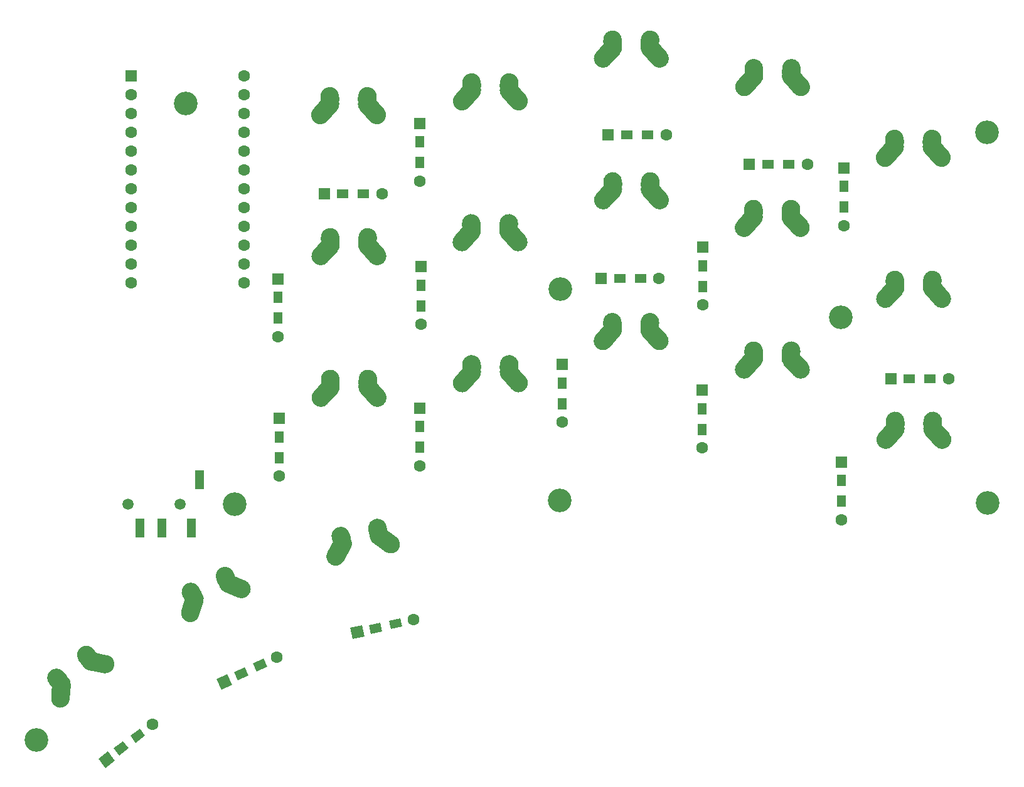
<source format=gbr>
%TF.GenerationSoftware,KiCad,Pcbnew,(5.1.7)-1*%
%TF.CreationDate,2021-04-14T19:57:44+05:30*%
%TF.ProjectId,Pteron56v0,50746572-6f6e-4353-9676-302e6b696361,rev?*%
%TF.SameCoordinates,Original*%
%TF.FileFunction,Soldermask,Bot*%
%TF.FilePolarity,Negative*%
%FSLAX46Y46*%
G04 Gerber Fmt 4.6, Leading zero omitted, Abs format (unit mm)*
G04 Created by KiCad (PCBNEW (5.1.7)-1) date 2021-04-14 19:57:44*
%MOMM*%
%LPD*%
G01*
G04 APERTURE LIST*
%ADD10C,3.200000*%
%ADD11C,1.600000*%
%ADD12R,1.600000X1.600000*%
%ADD13R,1.600000X1.200000*%
%ADD14R,1.200000X1.600000*%
%ADD15C,0.100000*%
%ADD16C,2.000000*%
%ADD17C,1.500000*%
%ADD18R,1.200000X2.500000*%
G04 APERTURE END LIST*
D10*
%TO.C,H8*%
X207518000Y-52832000D03*
%TD*%
D11*
%TO.C,U1*%
X107264200Y-45224700D03*
X107264200Y-47764700D03*
X107264200Y-50304700D03*
X107264200Y-52844700D03*
X107264200Y-55384700D03*
X107264200Y-57924700D03*
X107264200Y-60464700D03*
X107264200Y-63004700D03*
X107264200Y-65544700D03*
X107264200Y-68084700D03*
X107264200Y-70624700D03*
X107264200Y-73164700D03*
X92024200Y-73164700D03*
X92024200Y-70624700D03*
X92024200Y-68084700D03*
X92024200Y-65544700D03*
X92024200Y-63004700D03*
X92024200Y-60464700D03*
X92024200Y-57924700D03*
X92024200Y-55384700D03*
X92024200Y-52844700D03*
X92024200Y-50304700D03*
X92024200Y-47764700D03*
D12*
X92024200Y-45224700D03*
%TD*%
%TO.C,D8*%
X194550200Y-86080600D03*
D11*
X202350200Y-86080600D03*
D13*
X197050200Y-86080600D03*
X199850200Y-86080600D03*
%TD*%
D12*
%TO.C,D28*%
X111995245Y-91446640D03*
D11*
X111995245Y-99246640D03*
D14*
X111995245Y-93946640D03*
X111995245Y-96746640D03*
%TD*%
D12*
%TO.C,D27*%
X111903079Y-72592861D03*
D11*
X111903079Y-80392861D03*
D14*
X111903079Y-75092861D03*
X111903079Y-77892861D03*
%TD*%
D12*
%TO.C,D26*%
X118121600Y-61137800D03*
D11*
X125921600Y-61137800D03*
D13*
X120621600Y-61137800D03*
X123421600Y-61137800D03*
%TD*%
D12*
%TO.C,D24*%
X131007609Y-90038162D03*
D11*
X131007609Y-97838162D03*
D14*
X131007609Y-92538162D03*
X131007609Y-95338162D03*
%TD*%
D12*
%TO.C,D23*%
X131169349Y-70961240D03*
D11*
X131169349Y-78761240D03*
D14*
X131169349Y-73461240D03*
X131169349Y-76261240D03*
%TD*%
D12*
%TO.C,D22*%
X131017392Y-51606155D03*
D11*
X131017392Y-59406155D03*
D14*
X131017392Y-54106155D03*
X131017392Y-56906155D03*
%TD*%
D15*
%TO.C,D20*%
G36*
X88882216Y-136380478D02*
G01*
X89856234Y-137649844D01*
X88586868Y-138623862D01*
X87612850Y-137354496D01*
X88882216Y-136380478D01*
G37*
D11*
X94922698Y-132753830D03*
D15*
G36*
X93208741Y-133312713D02*
G01*
X93939255Y-134264737D01*
X92669889Y-135238755D01*
X91939375Y-134286731D01*
X93208741Y-133312713D01*
G37*
G36*
X90987351Y-135017245D02*
G01*
X91717865Y-135969269D01*
X90448499Y-136943287D01*
X89717985Y-135991263D01*
X90987351Y-135017245D01*
G37*
%TD*%
D12*
%TO.C,D19*%
X150192403Y-84165988D03*
D11*
X150192403Y-91965988D03*
D14*
X150192403Y-86665988D03*
X150192403Y-89465988D03*
%TD*%
D12*
%TO.C,D18*%
X155497700Y-72580500D03*
D11*
X163297700Y-72580500D03*
D13*
X157997700Y-72580500D03*
X160797700Y-72580500D03*
%TD*%
D12*
%TO.C,D17*%
X156437500Y-53181250D03*
D11*
X164237500Y-53181250D03*
D13*
X158937500Y-53181250D03*
X161737500Y-53181250D03*
%TD*%
D15*
%TO.C,D15*%
G36*
X105038572Y-125934070D02*
G01*
X105714761Y-127384163D01*
X104264668Y-128060352D01*
X103588479Y-126610259D01*
X105038572Y-125934070D01*
G37*
D11*
X111720820Y-123700789D03*
D15*
G36*
X109926526Y-123875455D02*
G01*
X110433668Y-124963024D01*
X108983576Y-125639213D01*
X108476434Y-124551644D01*
X109926526Y-123875455D01*
G37*
G36*
X107388864Y-125058787D02*
G01*
X107896006Y-126146356D01*
X106445914Y-126822545D01*
X105938772Y-125734976D01*
X107388864Y-125058787D01*
G37*
%TD*%
D12*
%TO.C,D14*%
X169116409Y-87631959D03*
D11*
X169116409Y-95431959D03*
D14*
X169116409Y-90131959D03*
X169116409Y-92931959D03*
%TD*%
D12*
%TO.C,D13*%
X169145564Y-68325398D03*
D11*
X169145564Y-76125398D03*
D14*
X169145564Y-70825398D03*
X169145564Y-73625398D03*
%TD*%
D12*
%TO.C,D12*%
X175487500Y-57150000D03*
D11*
X183287500Y-57150000D03*
D13*
X177987500Y-57150000D03*
X180787500Y-57150000D03*
%TD*%
D15*
%TO.C,D10*%
G36*
X123183111Y-119343586D02*
G01*
X123529414Y-120905659D01*
X121967341Y-121251962D01*
X121621038Y-119689889D01*
X123183111Y-119343586D01*
G37*
D11*
X130190334Y-118609546D03*
D15*
G36*
X128400767Y-118391716D02*
G01*
X128660495Y-119563271D01*
X127098421Y-119909574D01*
X126838693Y-118738019D01*
X128400767Y-118391716D01*
G37*
G36*
X125667139Y-118997746D02*
G01*
X125926867Y-120169301D01*
X124364793Y-120515604D01*
X124105065Y-119344049D01*
X125667139Y-118997746D01*
G37*
%TD*%
D12*
%TO.C,D9*%
X187873952Y-97316766D03*
D11*
X187873952Y-105116766D03*
D14*
X187873952Y-99816766D03*
X187873952Y-102616766D03*
%TD*%
D12*
%TO.C,D7*%
X188223421Y-57616973D03*
D11*
X188223421Y-65416973D03*
D14*
X188223421Y-60116973D03*
X188223421Y-62916973D03*
%TD*%
D10*
%TO.C,H7*%
X106006900Y-103009700D03*
%TD*%
%TO.C,H6*%
X79248000Y-134874000D03*
%TD*%
%TO.C,H5*%
X149860000Y-102489000D03*
%TD*%
%TO.C,H4*%
X99441000Y-48895000D03*
%TD*%
%TO.C,H3*%
X149987000Y-73964800D03*
%TD*%
%TO.C,H2*%
X207645000Y-102870000D03*
%TD*%
%TO.C,H1*%
X187845700Y-77812900D03*
%TD*%
%TO.C,SW17*%
G36*
G01*
X160798570Y-40801591D02*
X160838485Y-40222788D01*
G75*
G02*
X162171522Y-39061749I1247038J-85999D01*
G01*
X162171522Y-39061749D01*
G75*
G02*
X163332561Y-40394786I-85999J-1247038D01*
G01*
X163292563Y-40974786D01*
G75*
G02*
X161959526Y-42135825I-1247038J85999D01*
G01*
X161959526Y-42135825D01*
G75*
G02*
X160798487Y-40802788I85999J1247038D01*
G01*
G37*
D16*
X157005524Y-40308787D03*
X157045524Y-40888787D03*
G36*
G01*
X155798568Y-40975983D02*
X155758487Y-40394786D01*
G75*
G02*
X156919526Y-39061749I1247038J85999D01*
G01*
X156919526Y-39061749D01*
G75*
G02*
X158252563Y-40222788I85999J-1247038D01*
G01*
X158292561Y-40802788D01*
G75*
G02*
X157131522Y-42135825I-1247038J-85999D01*
G01*
X157131522Y-42135825D01*
G75*
G02*
X155798485Y-40974786I-85999J1247038D01*
G01*
G37*
X163355524Y-42848787D03*
X162045524Y-41388787D03*
G36*
G01*
X157975908Y-42223574D02*
X156665918Y-43683582D01*
G75*
G02*
X154900738Y-43779180I-930389J834791D01*
G01*
X154900738Y-43779180D01*
G75*
G02*
X154805140Y-42014000I834791J930389D01*
G01*
X156115130Y-40553992D01*
G75*
G02*
X157880310Y-40458394I930389J-834791D01*
G01*
X157880310Y-40458394D01*
G75*
G02*
X157975908Y-42223574I-834791J-930389D01*
G01*
G37*
G36*
G01*
X162975918Y-40553992D02*
X164285908Y-42014000D01*
G75*
G02*
X164190310Y-43779180I-930389J-834791D01*
G01*
X164190310Y-43779180D01*
G75*
G02*
X162425130Y-43683582I-834791J930389D01*
G01*
X161115140Y-42223574D01*
G75*
G02*
X161210738Y-40458394I930389J834791D01*
G01*
X161210738Y-40458394D01*
G75*
G02*
X162975918Y-40553992I834791J-930389D01*
G01*
G37*
X155735524Y-42848787D03*
X157045524Y-41388787D03*
X162085524Y-40308787D03*
X162045524Y-40888787D03*
%TD*%
D17*
%TO.C,J2*%
X98618000Y-102997000D03*
X91618000Y-102997000D03*
D18*
X93218000Y-106247000D03*
X96218000Y-106247000D03*
X100218000Y-106247000D03*
X101318000Y-99747000D03*
%TD*%
D17*
%TO.C,J1*%
X98618000Y-102997000D03*
X91618000Y-102997000D03*
%TD*%
%TO.C,SW28*%
G36*
G01*
X122710300Y-86597839D02*
X122750215Y-86019036D01*
G75*
G02*
X124083252Y-84857997I1247038J-85999D01*
G01*
X124083252Y-84857997D01*
G75*
G02*
X125244291Y-86191034I-85999J-1247038D01*
G01*
X125204293Y-86771034D01*
G75*
G02*
X123871256Y-87932073I-1247038J85999D01*
G01*
X123871256Y-87932073D01*
G75*
G02*
X122710217Y-86599036I85999J1247038D01*
G01*
G37*
D16*
X118917254Y-86105035D03*
X118957254Y-86685035D03*
G36*
G01*
X117710298Y-86772231D02*
X117670217Y-86191034D01*
G75*
G02*
X118831256Y-84857997I1247038J85999D01*
G01*
X118831256Y-84857997D01*
G75*
G02*
X120164293Y-86019036I85999J-1247038D01*
G01*
X120204291Y-86599036D01*
G75*
G02*
X119043252Y-87932073I-1247038J-85999D01*
G01*
X119043252Y-87932073D01*
G75*
G02*
X117710215Y-86771034I-85999J1247038D01*
G01*
G37*
X125267254Y-88645035D03*
X123957254Y-87185035D03*
G36*
G01*
X119887638Y-88019822D02*
X118577648Y-89479830D01*
G75*
G02*
X116812468Y-89575428I-930389J834791D01*
G01*
X116812468Y-89575428D01*
G75*
G02*
X116716870Y-87810248I834791J930389D01*
G01*
X118026860Y-86350240D01*
G75*
G02*
X119792040Y-86254642I930389J-834791D01*
G01*
X119792040Y-86254642D01*
G75*
G02*
X119887638Y-88019822I-834791J-930389D01*
G01*
G37*
G36*
G01*
X124887648Y-86350240D02*
X126197638Y-87810248D01*
G75*
G02*
X126102040Y-89575428I-930389J-834791D01*
G01*
X126102040Y-89575428D01*
G75*
G02*
X124336860Y-89479830I-834791J930389D01*
G01*
X123026870Y-88019822D01*
G75*
G02*
X123122468Y-86254642I930389J834791D01*
G01*
X123122468Y-86254642D01*
G75*
G02*
X124887648Y-86350240I834791J-930389D01*
G01*
G37*
X117647254Y-88645035D03*
X118957254Y-87185035D03*
X123997254Y-86105035D03*
X123957254Y-86685035D03*
%TD*%
%TO.C,SW27*%
G36*
G01*
X122690921Y-67472389D02*
X122730836Y-66893586D01*
G75*
G02*
X124063873Y-65732547I1247038J-85999D01*
G01*
X124063873Y-65732547D01*
G75*
G02*
X125224912Y-67065584I-85999J-1247038D01*
G01*
X125184914Y-67645584D01*
G75*
G02*
X123851877Y-68806623I-1247038J85999D01*
G01*
X123851877Y-68806623D01*
G75*
G02*
X122690838Y-67473586I85999J1247038D01*
G01*
G37*
X118897875Y-66979585D03*
X118937875Y-67559585D03*
G36*
G01*
X117690919Y-67646781D02*
X117650838Y-67065584D01*
G75*
G02*
X118811877Y-65732547I1247038J85999D01*
G01*
X118811877Y-65732547D01*
G75*
G02*
X120144914Y-66893586I85999J-1247038D01*
G01*
X120184912Y-67473586D01*
G75*
G02*
X119023873Y-68806623I-1247038J-85999D01*
G01*
X119023873Y-68806623D01*
G75*
G02*
X117690836Y-67645584I-85999J1247038D01*
G01*
G37*
X125247875Y-69519585D03*
X123937875Y-68059585D03*
G36*
G01*
X119868259Y-68894372D02*
X118558269Y-70354380D01*
G75*
G02*
X116793089Y-70449978I-930389J834791D01*
G01*
X116793089Y-70449978D01*
G75*
G02*
X116697491Y-68684798I834791J930389D01*
G01*
X118007481Y-67224790D01*
G75*
G02*
X119772661Y-67129192I930389J-834791D01*
G01*
X119772661Y-67129192D01*
G75*
G02*
X119868259Y-68894372I-834791J-930389D01*
G01*
G37*
G36*
G01*
X124868269Y-67224790D02*
X126178259Y-68684798D01*
G75*
G02*
X126082661Y-70449978I-930389J-834791D01*
G01*
X126082661Y-70449978D01*
G75*
G02*
X124317481Y-70354380I-834791J930389D01*
G01*
X123007491Y-68894372D01*
G75*
G02*
X123103089Y-67129192I930389J834791D01*
G01*
X123103089Y-67129192D01*
G75*
G02*
X124868269Y-67224790I834791J-930389D01*
G01*
G37*
X117627875Y-69519585D03*
X118937875Y-68059585D03*
X123977875Y-66979585D03*
X123937875Y-67559585D03*
%TD*%
%TO.C,SW26*%
G36*
G01*
X122647278Y-48437494D02*
X122687193Y-47858691D01*
G75*
G02*
X124020230Y-46697652I1247038J-85999D01*
G01*
X124020230Y-46697652D01*
G75*
G02*
X125181269Y-48030689I-85999J-1247038D01*
G01*
X125141271Y-48610689D01*
G75*
G02*
X123808234Y-49771728I-1247038J85999D01*
G01*
X123808234Y-49771728D01*
G75*
G02*
X122647195Y-48438691I85999J1247038D01*
G01*
G37*
X118854232Y-47944690D03*
X118894232Y-48524690D03*
G36*
G01*
X117647276Y-48611886D02*
X117607195Y-48030689D01*
G75*
G02*
X118768234Y-46697652I1247038J85999D01*
G01*
X118768234Y-46697652D01*
G75*
G02*
X120101271Y-47858691I85999J-1247038D01*
G01*
X120141269Y-48438691D01*
G75*
G02*
X118980230Y-49771728I-1247038J-85999D01*
G01*
X118980230Y-49771728D01*
G75*
G02*
X117647193Y-48610689I-85999J1247038D01*
G01*
G37*
X125204232Y-50484690D03*
X123894232Y-49024690D03*
G36*
G01*
X119824616Y-49859477D02*
X118514626Y-51319485D01*
G75*
G02*
X116749446Y-51415083I-930389J834791D01*
G01*
X116749446Y-51415083D01*
G75*
G02*
X116653848Y-49649903I834791J930389D01*
G01*
X117963838Y-48189895D01*
G75*
G02*
X119729018Y-48094297I930389J-834791D01*
G01*
X119729018Y-48094297D01*
G75*
G02*
X119824616Y-49859477I-834791J-930389D01*
G01*
G37*
G36*
G01*
X124824626Y-48189895D02*
X126134616Y-49649903D01*
G75*
G02*
X126039018Y-51415083I-930389J-834791D01*
G01*
X126039018Y-51415083D01*
G75*
G02*
X124273838Y-51319485I-834791J930389D01*
G01*
X122963848Y-49859477D01*
G75*
G02*
X123059446Y-48094297I930389J834791D01*
G01*
X123059446Y-48094297D01*
G75*
G02*
X124824626Y-48189895I834791J-930389D01*
G01*
G37*
X117584232Y-50484690D03*
X118894232Y-49024690D03*
X123934232Y-47944690D03*
X123894232Y-48524690D03*
%TD*%
%TO.C,SW24*%
G36*
G01*
X141777705Y-84621764D02*
X141817620Y-84042961D01*
G75*
G02*
X143150657Y-82881922I1247038J-85999D01*
G01*
X143150657Y-82881922D01*
G75*
G02*
X144311696Y-84214959I-85999J-1247038D01*
G01*
X144271698Y-84794959D01*
G75*
G02*
X142938661Y-85955998I-1247038J85999D01*
G01*
X142938661Y-85955998D01*
G75*
G02*
X141777622Y-84622961I85999J1247038D01*
G01*
G37*
X137984659Y-84128960D03*
X138024659Y-84708960D03*
G36*
G01*
X136777703Y-84796156D02*
X136737622Y-84214959D01*
G75*
G02*
X137898661Y-82881922I1247038J85999D01*
G01*
X137898661Y-82881922D01*
G75*
G02*
X139231698Y-84042961I85999J-1247038D01*
G01*
X139271696Y-84622961D01*
G75*
G02*
X138110657Y-85955998I-1247038J-85999D01*
G01*
X138110657Y-85955998D01*
G75*
G02*
X136777620Y-84794959I-85999J1247038D01*
G01*
G37*
X144334659Y-86668960D03*
X143024659Y-85208960D03*
G36*
G01*
X138955043Y-86043747D02*
X137645053Y-87503755D01*
G75*
G02*
X135879873Y-87599353I-930389J834791D01*
G01*
X135879873Y-87599353D01*
G75*
G02*
X135784275Y-85834173I834791J930389D01*
G01*
X137094265Y-84374165D01*
G75*
G02*
X138859445Y-84278567I930389J-834791D01*
G01*
X138859445Y-84278567D01*
G75*
G02*
X138955043Y-86043747I-834791J-930389D01*
G01*
G37*
G36*
G01*
X143955053Y-84374165D02*
X145265043Y-85834173D01*
G75*
G02*
X145169445Y-87599353I-930389J-834791D01*
G01*
X145169445Y-87599353D01*
G75*
G02*
X143404265Y-87503755I-834791J930389D01*
G01*
X142094275Y-86043747D01*
G75*
G02*
X142189873Y-84278567I930389J834791D01*
G01*
X142189873Y-84278567D01*
G75*
G02*
X143955053Y-84374165I834791J-930389D01*
G01*
G37*
X136714659Y-86668960D03*
X138024659Y-85208960D03*
X143064659Y-84128960D03*
X143024659Y-84708960D03*
%TD*%
%TO.C,SW23*%
G36*
G01*
X141734061Y-65586868D02*
X141773976Y-65008065D01*
G75*
G02*
X143107013Y-63847026I1247038J-85999D01*
G01*
X143107013Y-63847026D01*
G75*
G02*
X144268052Y-65180063I-85999J-1247038D01*
G01*
X144228054Y-65760063D01*
G75*
G02*
X142895017Y-66921102I-1247038J85999D01*
G01*
X142895017Y-66921102D01*
G75*
G02*
X141733978Y-65588065I85999J1247038D01*
G01*
G37*
X137941015Y-65094064D03*
X137981015Y-65674064D03*
G36*
G01*
X136734059Y-65761260D02*
X136693978Y-65180063D01*
G75*
G02*
X137855017Y-63847026I1247038J85999D01*
G01*
X137855017Y-63847026D01*
G75*
G02*
X139188054Y-65008065I85999J-1247038D01*
G01*
X139228052Y-65588065D01*
G75*
G02*
X138067013Y-66921102I-1247038J-85999D01*
G01*
X138067013Y-66921102D01*
G75*
G02*
X136733976Y-65760063I-85999J1247038D01*
G01*
G37*
X144291015Y-67634064D03*
X142981015Y-66174064D03*
G36*
G01*
X138911399Y-67008851D02*
X137601409Y-68468859D01*
G75*
G02*
X135836229Y-68564457I-930389J834791D01*
G01*
X135836229Y-68564457D01*
G75*
G02*
X135740631Y-66799277I834791J930389D01*
G01*
X137050621Y-65339269D01*
G75*
G02*
X138815801Y-65243671I930389J-834791D01*
G01*
X138815801Y-65243671D01*
G75*
G02*
X138911399Y-67008851I-834791J-930389D01*
G01*
G37*
G36*
G01*
X143911409Y-65339269D02*
X145221399Y-66799277D01*
G75*
G02*
X145125801Y-68564457I-930389J-834791D01*
G01*
X145125801Y-68564457D01*
G75*
G02*
X143360621Y-68468859I-834791J930389D01*
G01*
X142050631Y-67008851D01*
G75*
G02*
X142146229Y-65243671I930389J834791D01*
G01*
X142146229Y-65243671D01*
G75*
G02*
X143911409Y-65339269I834791J-930389D01*
G01*
G37*
X136671015Y-67634064D03*
X137981015Y-66174064D03*
X143021015Y-65094064D03*
X142981015Y-65674064D03*
%TD*%
%TO.C,SW22*%
G36*
G01*
X141780972Y-46576242D02*
X141820887Y-45997439D01*
G75*
G02*
X143153924Y-44836400I1247038J-85999D01*
G01*
X143153924Y-44836400D01*
G75*
G02*
X144314963Y-46169437I-85999J-1247038D01*
G01*
X144274965Y-46749437D01*
G75*
G02*
X142941928Y-47910476I-1247038J85999D01*
G01*
X142941928Y-47910476D01*
G75*
G02*
X141780889Y-46577439I85999J1247038D01*
G01*
G37*
X137987926Y-46083438D03*
X138027926Y-46663438D03*
G36*
G01*
X136780970Y-46750634D02*
X136740889Y-46169437D01*
G75*
G02*
X137901928Y-44836400I1247038J85999D01*
G01*
X137901928Y-44836400D01*
G75*
G02*
X139234965Y-45997439I85999J-1247038D01*
G01*
X139274963Y-46577439D01*
G75*
G02*
X138113924Y-47910476I-1247038J-85999D01*
G01*
X138113924Y-47910476D01*
G75*
G02*
X136780887Y-46749437I-85999J1247038D01*
G01*
G37*
X144337926Y-48623438D03*
X143027926Y-47163438D03*
G36*
G01*
X138958310Y-47998225D02*
X137648320Y-49458233D01*
G75*
G02*
X135883140Y-49553831I-930389J834791D01*
G01*
X135883140Y-49553831D01*
G75*
G02*
X135787542Y-47788651I834791J930389D01*
G01*
X137097532Y-46328643D01*
G75*
G02*
X138862712Y-46233045I930389J-834791D01*
G01*
X138862712Y-46233045D01*
G75*
G02*
X138958310Y-47998225I-834791J-930389D01*
G01*
G37*
G36*
G01*
X143958320Y-46328643D02*
X145268310Y-47788651D01*
G75*
G02*
X145172712Y-49553831I-930389J-834791D01*
G01*
X145172712Y-49553831D01*
G75*
G02*
X143407532Y-49458233I-834791J930389D01*
G01*
X142097542Y-47998225D01*
G75*
G02*
X142193140Y-46233045I930389J834791D01*
G01*
X142193140Y-46233045D01*
G75*
G02*
X143958320Y-46328643I834791J-930389D01*
G01*
G37*
X136717926Y-48623438D03*
X138027926Y-47163438D03*
X143067926Y-46083438D03*
X143027926Y-46663438D03*
%TD*%
%TO.C,SW20*%
G36*
G01*
X85277261Y-124547594D02*
X84955368Y-124062283D01*
G75*
G02*
X85306141Y-122329666I1041695J690922D01*
G01*
X85306141Y-122329666D01*
G75*
G02*
X87038758Y-122680439I690922J-1041695D01*
G01*
X87360108Y-123164933D01*
G75*
G02*
X87009335Y-124897550I-1041695J-690922D01*
G01*
X87009335Y-124897550D01*
G75*
G02*
X85276718Y-124546777I-690922J1041695D01*
G01*
G37*
X81966829Y-126463868D03*
X82351645Y-126899663D03*
G36*
G01*
X81415449Y-127727938D02*
X81029841Y-127291243D01*
G75*
G02*
X81139454Y-125526878I936989J827376D01*
G01*
X81139454Y-125526878D01*
G75*
G02*
X82903819Y-125636491I827376J-936989D01*
G01*
X83288633Y-126072287D01*
G75*
G02*
X83179020Y-127836652I-936989J-827376D01*
G01*
X83179020Y-127836652D01*
G75*
G02*
X81414655Y-127727039I-827376J936989D01*
G01*
G37*
X88550877Y-124613350D03*
X86622793Y-124252532D03*
G36*
G01*
X83902335Y-127392238D02*
X83751847Y-129348012D01*
G75*
G02*
X82409632Y-130498429I-1246316J95899D01*
G01*
X82409632Y-130498429D01*
G75*
G02*
X81259215Y-129156214I95899J1246316D01*
G01*
X81409703Y-127200440D01*
G75*
G02*
X82751918Y-126050023I1246316J-95899D01*
G01*
X82751918Y-126050023D01*
G75*
G02*
X83902335Y-127392238I-95899J-1246316D01*
G01*
G37*
G36*
G01*
X86852733Y-123023857D02*
X88780815Y-123384687D01*
G75*
G02*
X89779545Y-124843295I-229939J-1228669D01*
G01*
X89779545Y-124843295D01*
G75*
G02*
X88320937Y-125842025I-1228669J229939D01*
G01*
X86392855Y-125481195D01*
G75*
G02*
X85394125Y-124022587I229939J1228669D01*
G01*
X85394125Y-124022587D01*
G75*
G02*
X86852733Y-123023857I1228669J-229939D01*
G01*
G37*
X82505525Y-129252113D03*
X82656026Y-127296339D03*
X85997064Y-123371360D03*
X86318412Y-123855855D03*
%TD*%
%TO.C,SW19*%
G36*
G01*
X160771037Y-78937669D02*
X160810952Y-78358866D01*
G75*
G02*
X162143989Y-77197827I1247038J-85999D01*
G01*
X162143989Y-77197827D01*
G75*
G02*
X163305028Y-78530864I-85999J-1247038D01*
G01*
X163265030Y-79110864D01*
G75*
G02*
X161931993Y-80271903I-1247038J85999D01*
G01*
X161931993Y-80271903D01*
G75*
G02*
X160770954Y-78938866I85999J1247038D01*
G01*
G37*
X156977991Y-78444865D03*
X157017991Y-79024865D03*
G36*
G01*
X155771035Y-79112061D02*
X155730954Y-78530864D01*
G75*
G02*
X156891993Y-77197827I1247038J85999D01*
G01*
X156891993Y-77197827D01*
G75*
G02*
X158225030Y-78358866I85999J-1247038D01*
G01*
X158265028Y-78938866D01*
G75*
G02*
X157103989Y-80271903I-1247038J-85999D01*
G01*
X157103989Y-80271903D01*
G75*
G02*
X155770952Y-79110864I-85999J1247038D01*
G01*
G37*
X163327991Y-80984865D03*
X162017991Y-79524865D03*
G36*
G01*
X157948375Y-80359652D02*
X156638385Y-81819660D01*
G75*
G02*
X154873205Y-81915258I-930389J834791D01*
G01*
X154873205Y-81915258D01*
G75*
G02*
X154777607Y-80150078I834791J930389D01*
G01*
X156087597Y-78690070D01*
G75*
G02*
X157852777Y-78594472I930389J-834791D01*
G01*
X157852777Y-78594472D01*
G75*
G02*
X157948375Y-80359652I-834791J-930389D01*
G01*
G37*
G36*
G01*
X162948385Y-78690070D02*
X164258375Y-80150078D01*
G75*
G02*
X164162777Y-81915258I-930389J-834791D01*
G01*
X164162777Y-81915258D01*
G75*
G02*
X162397597Y-81819660I-834791J930389D01*
G01*
X161087607Y-80359652D01*
G75*
G02*
X161183205Y-78594472I930389J834791D01*
G01*
X161183205Y-78594472D01*
G75*
G02*
X162948385Y-78690070I834791J-930389D01*
G01*
G37*
X155707991Y-80984865D03*
X157017991Y-79524865D03*
X162057991Y-78444865D03*
X162017991Y-79024865D03*
%TD*%
%TO.C,SW18*%
G36*
G01*
X160817954Y-59927041D02*
X160857869Y-59348238D01*
G75*
G02*
X162190906Y-58187199I1247038J-85999D01*
G01*
X162190906Y-58187199D01*
G75*
G02*
X163351945Y-59520236I-85999J-1247038D01*
G01*
X163311947Y-60100236D01*
G75*
G02*
X161978910Y-61261275I-1247038J85999D01*
G01*
X161978910Y-61261275D01*
G75*
G02*
X160817871Y-59928238I85999J1247038D01*
G01*
G37*
X157024908Y-59434237D03*
X157064908Y-60014237D03*
G36*
G01*
X155817952Y-60101433D02*
X155777871Y-59520236D01*
G75*
G02*
X156938910Y-58187199I1247038J85999D01*
G01*
X156938910Y-58187199D01*
G75*
G02*
X158271947Y-59348238I85999J-1247038D01*
G01*
X158311945Y-59928238D01*
G75*
G02*
X157150906Y-61261275I-1247038J-85999D01*
G01*
X157150906Y-61261275D01*
G75*
G02*
X155817869Y-60100236I-85999J1247038D01*
G01*
G37*
X163374908Y-61974237D03*
X162064908Y-60514237D03*
G36*
G01*
X157995292Y-61349024D02*
X156685302Y-62809032D01*
G75*
G02*
X154920122Y-62904630I-930389J834791D01*
G01*
X154920122Y-62904630D01*
G75*
G02*
X154824524Y-61139450I834791J930389D01*
G01*
X156134514Y-59679442D01*
G75*
G02*
X157899694Y-59583844I930389J-834791D01*
G01*
X157899694Y-59583844D01*
G75*
G02*
X157995292Y-61349024I-834791J-930389D01*
G01*
G37*
G36*
G01*
X162995302Y-59679442D02*
X164305292Y-61139450D01*
G75*
G02*
X164209694Y-62904630I-930389J-834791D01*
G01*
X164209694Y-62904630D01*
G75*
G02*
X162444514Y-62809032I-834791J930389D01*
G01*
X161134524Y-61349024D01*
G75*
G02*
X161230122Y-59583844I930389J834791D01*
G01*
X161230122Y-59583844D01*
G75*
G02*
X162995302Y-59679442I834791J-930389D01*
G01*
G37*
X155754908Y-61974237D03*
X157064908Y-60514237D03*
X162104908Y-59434237D03*
X162064908Y-60014237D03*
%TD*%
%TO.C,SW15*%
G36*
G01*
X103755637Y-113709595D02*
X103546416Y-113166117D01*
G75*
G02*
X104263881Y-111550492I1166545J449080D01*
G01*
X104263881Y-111550492D01*
G75*
G02*
X105879506Y-112267957I449080J-1166545D01*
G01*
X106088374Y-112810519D01*
G75*
G02*
X105370909Y-114426144I-1166545J-449080D01*
G01*
X105370909Y-114426144D01*
G75*
G02*
X103755284Y-113708679I-449080J1166545D01*
G01*
G37*
X100108918Y-114863937D03*
X100390289Y-115372691D03*
G36*
G01*
X99297014Y-115978703D02*
X99015063Y-115468899D01*
G75*
G02*
X99503957Y-113770081I1093856J604962D01*
G01*
X99503957Y-113770081D01*
G75*
G02*
X101202775Y-114258975I604962J-1093856D01*
G01*
X101484145Y-114767729D01*
G75*
G02*
X100995251Y-116466547I-1093856J-604962D01*
G01*
X100995251Y-116466547D01*
G75*
G02*
X99296433Y-115977653I-604962J1093856D01*
G01*
G37*
X106937423Y-114482333D03*
X105133137Y-113712753D03*
G36*
G01*
X101797609Y-116189220D02*
X101227381Y-118066064D01*
G75*
G02*
X99667986Y-118898703I-1196017J363378D01*
G01*
X99667986Y-118898703D01*
G75*
G02*
X98835347Y-117339308I363378J1196017D01*
G01*
X99405575Y-115462464D01*
G75*
G02*
X100964970Y-114629825I1196017J-363378D01*
G01*
X100964970Y-114629825D01*
G75*
G02*
X101797609Y-116189220I-363378J-1196017D01*
G01*
G37*
G36*
G01*
X105623560Y-112562970D02*
X107427842Y-113332562D01*
G75*
G02*
X108087198Y-114972760I-490421J-1149777D01*
G01*
X108087198Y-114972760D01*
G75*
G02*
X106447000Y-115632116I-1149777J490421D01*
G01*
X104642718Y-114862524D01*
G75*
G02*
X103983362Y-113222326I490421J1149777D01*
G01*
X103983362Y-113222326D01*
G75*
G02*
X105623560Y-112562970I1149777J-490421D01*
G01*
G37*
X100031358Y-117702684D03*
X100601598Y-115825845D03*
X104712962Y-112717036D03*
X104921828Y-113259599D03*
%TD*%
%TO.C,SW14*%
G36*
G01*
X179831470Y-82783152D02*
X179871385Y-82204349D01*
G75*
G02*
X181204422Y-81043310I1247038J-85999D01*
G01*
X181204422Y-81043310D01*
G75*
G02*
X182365461Y-82376347I-85999J-1247038D01*
G01*
X182325463Y-82956347D01*
G75*
G02*
X180992426Y-84117386I-1247038J85999D01*
G01*
X180992426Y-84117386D01*
G75*
G02*
X179831387Y-82784349I85999J1247038D01*
G01*
G37*
X176038424Y-82290348D03*
X176078424Y-82870348D03*
G36*
G01*
X174831468Y-82957544D02*
X174791387Y-82376347D01*
G75*
G02*
X175952426Y-81043310I1247038J85999D01*
G01*
X175952426Y-81043310D01*
G75*
G02*
X177285463Y-82204349I85999J-1247038D01*
G01*
X177325461Y-82784349D01*
G75*
G02*
X176164422Y-84117386I-1247038J-85999D01*
G01*
X176164422Y-84117386D01*
G75*
G02*
X174831385Y-82956347I-85999J1247038D01*
G01*
G37*
X182388424Y-84830348D03*
X181078424Y-83370348D03*
G36*
G01*
X177008808Y-84205135D02*
X175698818Y-85665143D01*
G75*
G02*
X173933638Y-85760741I-930389J834791D01*
G01*
X173933638Y-85760741D01*
G75*
G02*
X173838040Y-83995561I834791J930389D01*
G01*
X175148030Y-82535553D01*
G75*
G02*
X176913210Y-82439955I930389J-834791D01*
G01*
X176913210Y-82439955D01*
G75*
G02*
X177008808Y-84205135I-834791J-930389D01*
G01*
G37*
G36*
G01*
X182008818Y-82535553D02*
X183318808Y-83995561D01*
G75*
G02*
X183223210Y-85760741I-930389J-834791D01*
G01*
X183223210Y-85760741D01*
G75*
G02*
X181458030Y-85665143I-834791J930389D01*
G01*
X180148040Y-84205135D01*
G75*
G02*
X180243638Y-82439955I930389J834791D01*
G01*
X180243638Y-82439955D01*
G75*
G02*
X182008818Y-82535553I834791J-930389D01*
G01*
G37*
X174768424Y-84830348D03*
X176078424Y-83370348D03*
X181118424Y-82290348D03*
X181078424Y-82870348D03*
%TD*%
%TO.C,SW13*%
G36*
G01*
X179812096Y-63657706D02*
X179852011Y-63078903D01*
G75*
G02*
X181185048Y-61917864I1247038J-85999D01*
G01*
X181185048Y-61917864D01*
G75*
G02*
X182346087Y-63250901I-85999J-1247038D01*
G01*
X182306089Y-63830901D01*
G75*
G02*
X180973052Y-64991940I-1247038J85999D01*
G01*
X180973052Y-64991940D01*
G75*
G02*
X179812013Y-63658903I85999J1247038D01*
G01*
G37*
X176019050Y-63164902D03*
X176059050Y-63744902D03*
G36*
G01*
X174812094Y-63832098D02*
X174772013Y-63250901D01*
G75*
G02*
X175933052Y-61917864I1247038J85999D01*
G01*
X175933052Y-61917864D01*
G75*
G02*
X177266089Y-63078903I85999J-1247038D01*
G01*
X177306087Y-63658903D01*
G75*
G02*
X176145048Y-64991940I-1247038J-85999D01*
G01*
X176145048Y-64991940D01*
G75*
G02*
X174812011Y-63830901I-85999J1247038D01*
G01*
G37*
X182369050Y-65704902D03*
X181059050Y-64244902D03*
G36*
G01*
X176989434Y-65079689D02*
X175679444Y-66539697D01*
G75*
G02*
X173914264Y-66635295I-930389J834791D01*
G01*
X173914264Y-66635295D01*
G75*
G02*
X173818666Y-64870115I834791J930389D01*
G01*
X175128656Y-63410107D01*
G75*
G02*
X176893836Y-63314509I930389J-834791D01*
G01*
X176893836Y-63314509D01*
G75*
G02*
X176989434Y-65079689I-834791J-930389D01*
G01*
G37*
G36*
G01*
X181989444Y-63410107D02*
X183299434Y-64870115D01*
G75*
G02*
X183203836Y-66635295I-930389J-834791D01*
G01*
X183203836Y-66635295D01*
G75*
G02*
X181438656Y-66539697I-834791J930389D01*
G01*
X180128666Y-65079689D01*
G75*
G02*
X180224264Y-63314509I930389J834791D01*
G01*
X180224264Y-63314509D01*
G75*
G02*
X181989444Y-63410107I834791J-930389D01*
G01*
G37*
X174749050Y-65704902D03*
X176059050Y-64244902D03*
X181099050Y-63164902D03*
X181059050Y-63744902D03*
%TD*%
%TO.C,SW12*%
G36*
G01*
X179859006Y-44647079D02*
X179898921Y-44068276D01*
G75*
G02*
X181231958Y-42907237I1247038J-85999D01*
G01*
X181231958Y-42907237D01*
G75*
G02*
X182392997Y-44240274I-85999J-1247038D01*
G01*
X182352999Y-44820274D01*
G75*
G02*
X181019962Y-45981313I-1247038J85999D01*
G01*
X181019962Y-45981313D01*
G75*
G02*
X179858923Y-44648276I85999J1247038D01*
G01*
G37*
X176065960Y-44154275D03*
X176105960Y-44734275D03*
G36*
G01*
X174859004Y-44821471D02*
X174818923Y-44240274D01*
G75*
G02*
X175979962Y-42907237I1247038J85999D01*
G01*
X175979962Y-42907237D01*
G75*
G02*
X177312999Y-44068276I85999J-1247038D01*
G01*
X177352997Y-44648276D01*
G75*
G02*
X176191958Y-45981313I-1247038J-85999D01*
G01*
X176191958Y-45981313D01*
G75*
G02*
X174858921Y-44820274I-85999J1247038D01*
G01*
G37*
X182415960Y-46694275D03*
X181105960Y-45234275D03*
G36*
G01*
X177036344Y-46069062D02*
X175726354Y-47529070D01*
G75*
G02*
X173961174Y-47624668I-930389J834791D01*
G01*
X173961174Y-47624668D01*
G75*
G02*
X173865576Y-45859488I834791J930389D01*
G01*
X175175566Y-44399480D01*
G75*
G02*
X176940746Y-44303882I930389J-834791D01*
G01*
X176940746Y-44303882D01*
G75*
G02*
X177036344Y-46069062I-834791J-930389D01*
G01*
G37*
G36*
G01*
X182036354Y-44399480D02*
X183346344Y-45859488D01*
G75*
G02*
X183250746Y-47624668I-930389J-834791D01*
G01*
X183250746Y-47624668D01*
G75*
G02*
X181485566Y-47529070I-834791J930389D01*
G01*
X180175576Y-46069062D01*
G75*
G02*
X180271174Y-44303882I930389J834791D01*
G01*
X180271174Y-44303882D01*
G75*
G02*
X182036354Y-44399480I834791J-930389D01*
G01*
G37*
X174795960Y-46694275D03*
X176105960Y-45234275D03*
X181145960Y-44154275D03*
X181105960Y-44734275D03*
%TD*%
%TO.C,SW10*%
G36*
G01*
X124139447Y-106991079D02*
X124052814Y-106415198D01*
G75*
G02*
X125102958Y-104993158I1236092J185948D01*
G01*
X125102958Y-104993158D01*
G75*
G02*
X126524998Y-106043302I185948J-1236092D01*
G01*
X126611484Y-106618212D01*
G75*
G02*
X125561340Y-108040252I-1236092J-185948D01*
G01*
X125561340Y-108040252D01*
G75*
G02*
X124139300Y-106990108I-185948J1236092D01*
G01*
G37*
X120329324Y-107328764D03*
X120493911Y-107886358D03*
G36*
G01*
X119295385Y-108241377D02*
X119130459Y-107682633D01*
G75*
G02*
X119975455Y-106129899I1198865J353869D01*
G01*
X119975455Y-106129899D01*
G75*
G02*
X121528189Y-106974895I353869J-1198865D01*
G01*
X121692775Y-107532489D01*
G75*
G02*
X120847779Y-109085223I-1198865J-353869D01*
G01*
X120847779Y-109085223D01*
G75*
G02*
X119295045Y-108240227I-353869J1198865D01*
G01*
G37*
X127078560Y-108434164D03*
X125483611Y-107292308D03*
G36*
G01*
X121691143Y-108988133D02*
X120728207Y-110697067D01*
G75*
G02*
X119025560Y-111172454I-1089017J613630D01*
G01*
X119025560Y-111172454D01*
G75*
G02*
X118550173Y-109469807I613630J1089017D01*
G01*
X119513109Y-107760873D01*
G75*
G02*
X121215756Y-107285486I1089017J-613630D01*
G01*
X121215756Y-107285486D01*
G75*
G02*
X121691143Y-108988133I-613630J-1089017D01*
G01*
G37*
G36*
G01*
X126211268Y-106275927D02*
X127806210Y-107417793D01*
G75*
G02*
X128094932Y-109161823I-727654J-1016376D01*
G01*
X128094932Y-109161823D01*
G75*
G02*
X126350902Y-109450545I-1016376J727654D01*
G01*
X124755960Y-108308679D01*
G75*
G02*
X124467238Y-106564649I727654J1016376D01*
G01*
X124467238Y-106564649D01*
G75*
G02*
X126211268Y-106275927I1016376J-727654D01*
G01*
G37*
X119639185Y-110083434D03*
X120602131Y-108374506D03*
X125288908Y-106229251D03*
X125375391Y-106804160D03*
%TD*%
%TO.C,SW9*%
G36*
G01*
X198933469Y-92269095D02*
X198973384Y-91690292D01*
G75*
G02*
X200306421Y-90529253I1247038J-85999D01*
G01*
X200306421Y-90529253D01*
G75*
G02*
X201467460Y-91862290I-85999J-1247038D01*
G01*
X201427462Y-92442290D01*
G75*
G02*
X200094425Y-93603329I-1247038J85999D01*
G01*
X200094425Y-93603329D01*
G75*
G02*
X198933386Y-92270292I85999J1247038D01*
G01*
G37*
X195140423Y-91776291D03*
X195180423Y-92356291D03*
G36*
G01*
X193933467Y-92443487D02*
X193893386Y-91862290D01*
G75*
G02*
X195054425Y-90529253I1247038J85999D01*
G01*
X195054425Y-90529253D01*
G75*
G02*
X196387462Y-91690292I85999J-1247038D01*
G01*
X196427460Y-92270292D01*
G75*
G02*
X195266421Y-93603329I-1247038J-85999D01*
G01*
X195266421Y-93603329D01*
G75*
G02*
X193933384Y-92442290I-85999J1247038D01*
G01*
G37*
X201490423Y-94316291D03*
X200180423Y-92856291D03*
G36*
G01*
X196110807Y-93691078D02*
X194800817Y-95151086D01*
G75*
G02*
X193035637Y-95246684I-930389J834791D01*
G01*
X193035637Y-95246684D01*
G75*
G02*
X192940039Y-93481504I834791J930389D01*
G01*
X194250029Y-92021496D01*
G75*
G02*
X196015209Y-91925898I930389J-834791D01*
G01*
X196015209Y-91925898D01*
G75*
G02*
X196110807Y-93691078I-834791J-930389D01*
G01*
G37*
G36*
G01*
X201110817Y-92021496D02*
X202420807Y-93481504D01*
G75*
G02*
X202325209Y-95246684I-930389J-834791D01*
G01*
X202325209Y-95246684D01*
G75*
G02*
X200560029Y-95151086I-834791J930389D01*
G01*
X199250039Y-93691078D01*
G75*
G02*
X199345637Y-91925898I930389J834791D01*
G01*
X199345637Y-91925898D01*
G75*
G02*
X201110817Y-92021496I834791J-930389D01*
G01*
G37*
X193870423Y-94316291D03*
X195180423Y-92856291D03*
X200220423Y-91776291D03*
X200180423Y-92356291D03*
%TD*%
%TO.C,SW8*%
G36*
G01*
X198889827Y-73234195D02*
X198929742Y-72655392D01*
G75*
G02*
X200262779Y-71494353I1247038J-85999D01*
G01*
X200262779Y-71494353D01*
G75*
G02*
X201423818Y-72827390I-85999J-1247038D01*
G01*
X201383820Y-73407390D01*
G75*
G02*
X200050783Y-74568429I-1247038J85999D01*
G01*
X200050783Y-74568429D01*
G75*
G02*
X198889744Y-73235392I85999J1247038D01*
G01*
G37*
X195096781Y-72741391D03*
X195136781Y-73321391D03*
G36*
G01*
X193889825Y-73408587D02*
X193849744Y-72827390D01*
G75*
G02*
X195010783Y-71494353I1247038J85999D01*
G01*
X195010783Y-71494353D01*
G75*
G02*
X196343820Y-72655392I85999J-1247038D01*
G01*
X196383818Y-73235392D01*
G75*
G02*
X195222779Y-74568429I-1247038J-85999D01*
G01*
X195222779Y-74568429D01*
G75*
G02*
X193889742Y-73407390I-85999J1247038D01*
G01*
G37*
X201446781Y-75281391D03*
X200136781Y-73821391D03*
G36*
G01*
X196067165Y-74656178D02*
X194757175Y-76116186D01*
G75*
G02*
X192991995Y-76211784I-930389J834791D01*
G01*
X192991995Y-76211784D01*
G75*
G02*
X192896397Y-74446604I834791J930389D01*
G01*
X194206387Y-72986596D01*
G75*
G02*
X195971567Y-72890998I930389J-834791D01*
G01*
X195971567Y-72890998D01*
G75*
G02*
X196067165Y-74656178I-834791J-930389D01*
G01*
G37*
G36*
G01*
X201067175Y-72986596D02*
X202377165Y-74446604D01*
G75*
G02*
X202281567Y-76211784I-930389J-834791D01*
G01*
X202281567Y-76211784D01*
G75*
G02*
X200516387Y-76116186I-834791J930389D01*
G01*
X199206397Y-74656178D01*
G75*
G02*
X199301995Y-72890998I930389J834791D01*
G01*
X199301995Y-72890998D01*
G75*
G02*
X201067175Y-72986596I834791J-930389D01*
G01*
G37*
X193826781Y-75281391D03*
X195136781Y-73821391D03*
X200176781Y-72741391D03*
X200136781Y-73321391D03*
%TD*%
%TO.C,SW7*%
G36*
G01*
X198846179Y-54199294D02*
X198886094Y-53620491D01*
G75*
G02*
X200219131Y-52459452I1247038J-85999D01*
G01*
X200219131Y-52459452D01*
G75*
G02*
X201380170Y-53792489I-85999J-1247038D01*
G01*
X201340172Y-54372489D01*
G75*
G02*
X200007135Y-55533528I-1247038J85999D01*
G01*
X200007135Y-55533528D01*
G75*
G02*
X198846096Y-54200491I85999J1247038D01*
G01*
G37*
X195053133Y-53706490D03*
X195093133Y-54286490D03*
G36*
G01*
X193846177Y-54373686D02*
X193806096Y-53792489D01*
G75*
G02*
X194967135Y-52459452I1247038J85999D01*
G01*
X194967135Y-52459452D01*
G75*
G02*
X196300172Y-53620491I85999J-1247038D01*
G01*
X196340170Y-54200491D01*
G75*
G02*
X195179131Y-55533528I-1247038J-85999D01*
G01*
X195179131Y-55533528D01*
G75*
G02*
X193846094Y-54372489I-85999J1247038D01*
G01*
G37*
X201403133Y-56246490D03*
X200093133Y-54786490D03*
G36*
G01*
X196023517Y-55621277D02*
X194713527Y-57081285D01*
G75*
G02*
X192948347Y-57176883I-930389J834791D01*
G01*
X192948347Y-57176883D01*
G75*
G02*
X192852749Y-55411703I834791J930389D01*
G01*
X194162739Y-53951695D01*
G75*
G02*
X195927919Y-53856097I930389J-834791D01*
G01*
X195927919Y-53856097D01*
G75*
G02*
X196023517Y-55621277I-834791J-930389D01*
G01*
G37*
G36*
G01*
X201023527Y-53951695D02*
X202333517Y-55411703D01*
G75*
G02*
X202237919Y-57176883I-930389J-834791D01*
G01*
X202237919Y-57176883D01*
G75*
G02*
X200472739Y-57081285I-834791J930389D01*
G01*
X199162749Y-55621277D01*
G75*
G02*
X199258347Y-53856097I930389J834791D01*
G01*
X199258347Y-53856097D01*
G75*
G02*
X201023527Y-53951695I834791J-930389D01*
G01*
G37*
X193783133Y-56246490D03*
X195093133Y-54786490D03*
X200133133Y-53706490D03*
X200093133Y-54286490D03*
%TD*%
M02*

</source>
